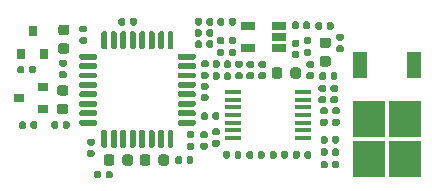
<source format=gtp>
G04 #@! TF.GenerationSoftware,KiCad,Pcbnew,(5.99.0-12439-g94954386e6)*
G04 #@! TF.CreationDate,2021-09-28T22:10:54+03:00*
G04 #@! TF.ProjectId,hellen1-wbo,68656c6c-656e-4312-9d77-626f2e6b6963,rev?*
G04 #@! TF.SameCoordinates,PX4a19ba0PY5aa5910*
G04 #@! TF.FileFunction,Paste,Top*
G04 #@! TF.FilePolarity,Positive*
%FSLAX46Y46*%
G04 Gerber Fmt 4.6, Leading zero omitted, Abs format (unit mm)*
G04 Created by KiCad (PCBNEW (5.99.0-12439-g94954386e6)) date 2021-09-28 22:10:54*
%MOMM*%
%LPD*%
G01*
G04 APERTURE LIST*
%ADD10R,0.900000X0.800000*%
%ADD11R,1.450000X0.450000*%
%ADD12R,1.200000X2.200000*%
%ADD13R,2.750000X3.050000*%
%ADD14R,1.220000X0.650000*%
%ADD15R,0.800000X0.900000*%
G04 APERTURE END LIST*
G04 #@! TO.C,C612*
G36*
G01*
X17422500Y9220000D02*
X17077500Y9220000D01*
G75*
G02*
X16930000Y9367500I0J147500D01*
G01*
X16930000Y9662500D01*
G75*
G02*
X17077500Y9810000I147500J0D01*
G01*
X17422500Y9810000D01*
G75*
G02*
X17570000Y9662500I0J-147500D01*
G01*
X17570000Y9367500D01*
G75*
G02*
X17422500Y9220000I-147500J0D01*
G01*
G37*
G36*
G01*
X17422500Y10190000D02*
X17077500Y10190000D01*
G75*
G02*
X16930000Y10337500I0J147500D01*
G01*
X16930000Y10632500D01*
G75*
G02*
X17077500Y10780000I147500J0D01*
G01*
X17422500Y10780000D01*
G75*
G02*
X17570000Y10632500I0J-147500D01*
G01*
X17570000Y10337500D01*
G75*
G02*
X17422500Y10190000I-147500J0D01*
G01*
G37*
G04 #@! TD*
G04 #@! TO.C,C605*
G36*
G01*
X26267500Y2957000D02*
X26267500Y2612000D01*
G75*
G02*
X26120000Y2464500I-147500J0D01*
G01*
X25825000Y2464500D01*
G75*
G02*
X25677500Y2612000I0J147500D01*
G01*
X25677500Y2957000D01*
G75*
G02*
X25825000Y3104500I147500J0D01*
G01*
X26120000Y3104500D01*
G75*
G02*
X26267500Y2957000I0J-147500D01*
G01*
G37*
G36*
G01*
X25297500Y2957000D02*
X25297500Y2612000D01*
G75*
G02*
X25150000Y2464500I-147500J0D01*
G01*
X24855000Y2464500D01*
G75*
G02*
X24707500Y2612000I0J147500D01*
G01*
X24707500Y2957000D01*
G75*
G02*
X24855000Y3104500I147500J0D01*
G01*
X25150000Y3104500D01*
G75*
G02*
X25297500Y2957000I0J-147500D01*
G01*
G37*
G04 #@! TD*
G04 #@! TO.C,C607*
G36*
G01*
X26930000Y9279500D02*
X26930000Y9624500D01*
G75*
G02*
X27077500Y9772000I147500J0D01*
G01*
X27372500Y9772000D01*
G75*
G02*
X27520000Y9624500I0J-147500D01*
G01*
X27520000Y9279500D01*
G75*
G02*
X27372500Y9132000I-147500J0D01*
G01*
X27077500Y9132000D01*
G75*
G02*
X26930000Y9279500I0J147500D01*
G01*
G37*
G36*
G01*
X27900000Y9279500D02*
X27900000Y9624500D01*
G75*
G02*
X28047500Y9772000I147500J0D01*
G01*
X28342500Y9772000D01*
G75*
G02*
X28490000Y9624500I0J-147500D01*
G01*
X28490000Y9279500D01*
G75*
G02*
X28342500Y9132000I-147500J0D01*
G01*
X28047500Y9132000D01*
G75*
G02*
X27900000Y9279500I0J147500D01*
G01*
G37*
G04 #@! TD*
G04 #@! TO.C,C613*
G36*
G01*
X1524000Y5118500D02*
X1524000Y5463500D01*
G75*
G02*
X1671500Y5611000I147500J0D01*
G01*
X1966500Y5611000D01*
G75*
G02*
X2114000Y5463500I0J-147500D01*
G01*
X2114000Y5118500D01*
G75*
G02*
X1966500Y4971000I-147500J0D01*
G01*
X1671500Y4971000D01*
G75*
G02*
X1524000Y5118500I0J147500D01*
G01*
G37*
G36*
G01*
X2494000Y5118500D02*
X2494000Y5463500D01*
G75*
G02*
X2641500Y5611000I147500J0D01*
G01*
X2936500Y5611000D01*
G75*
G02*
X3084000Y5463500I0J-147500D01*
G01*
X3084000Y5118500D01*
G75*
G02*
X2936500Y4971000I-147500J0D01*
G01*
X2641500Y4971000D01*
G75*
G02*
X2494000Y5118500I0J147500D01*
G01*
G37*
G04 #@! TD*
G04 #@! TO.C,C616*
G36*
G01*
X4968750Y8675000D02*
X5481250Y8675000D01*
G75*
G02*
X5700000Y8456250I0J-218750D01*
G01*
X5700000Y8018750D01*
G75*
G02*
X5481250Y7800000I-218750J0D01*
G01*
X4968750Y7800000D01*
G75*
G02*
X4750000Y8018750I0J218750D01*
G01*
X4750000Y8456250D01*
G75*
G02*
X4968750Y8675000I218750J0D01*
G01*
G37*
G36*
G01*
X4968750Y7100000D02*
X5481250Y7100000D01*
G75*
G02*
X5700000Y6881250I0J-218750D01*
G01*
X5700000Y6443750D01*
G75*
G02*
X5481250Y6225000I-218750J0D01*
G01*
X4968750Y6225000D01*
G75*
G02*
X4750000Y6443750I0J218750D01*
G01*
X4750000Y6881250D01*
G75*
G02*
X4968750Y7100000I218750J0D01*
G01*
G37*
G04 #@! TD*
G04 #@! TO.C,R609*
G36*
G01*
X22929000Y9449750D02*
X22929000Y9962250D01*
G75*
G02*
X23147750Y10181000I218750J0D01*
G01*
X23585250Y10181000D01*
G75*
G02*
X23804000Y9962250I0J-218750D01*
G01*
X23804000Y9449750D01*
G75*
G02*
X23585250Y9231000I-218750J0D01*
G01*
X23147750Y9231000D01*
G75*
G02*
X22929000Y9449750I0J218750D01*
G01*
G37*
G36*
G01*
X24504000Y9449750D02*
X24504000Y9962250D01*
G75*
G02*
X24722750Y10181000I218750J0D01*
G01*
X25160250Y10181000D01*
G75*
G02*
X25379000Y9962250I0J-218750D01*
G01*
X25379000Y9449750D01*
G75*
G02*
X25160250Y9231000I-218750J0D01*
G01*
X24722750Y9231000D01*
G75*
G02*
X24504000Y9449750I0J218750D01*
G01*
G37*
G04 #@! TD*
G04 #@! TO.C,R607*
G36*
G01*
X24299000Y2957000D02*
X24299000Y2612000D01*
G75*
G02*
X24151500Y2464500I-147500J0D01*
G01*
X23856500Y2464500D01*
G75*
G02*
X23709000Y2612000I0J147500D01*
G01*
X23709000Y2957000D01*
G75*
G02*
X23856500Y3104500I147500J0D01*
G01*
X24151500Y3104500D01*
G75*
G02*
X24299000Y2957000I0J-147500D01*
G01*
G37*
G36*
G01*
X23329000Y2957000D02*
X23329000Y2612000D01*
G75*
G02*
X23181500Y2464500I-147500J0D01*
G01*
X22886500Y2464500D01*
G75*
G02*
X22739000Y2612000I0J147500D01*
G01*
X22739000Y2957000D01*
G75*
G02*
X22886500Y3104500I147500J0D01*
G01*
X23181500Y3104500D01*
G75*
G02*
X23329000Y2957000I0J-147500D01*
G01*
G37*
G04 #@! TD*
G04 #@! TO.C,R601*
G36*
G01*
X27374500Y7148000D02*
X27029500Y7148000D01*
G75*
G02*
X26882000Y7295500I0J147500D01*
G01*
X26882000Y7590500D01*
G75*
G02*
X27029500Y7738000I147500J0D01*
G01*
X27374500Y7738000D01*
G75*
G02*
X27522000Y7590500I0J-147500D01*
G01*
X27522000Y7295500D01*
G75*
G02*
X27374500Y7148000I-147500J0D01*
G01*
G37*
G36*
G01*
X27374500Y8118000D02*
X27029500Y8118000D01*
G75*
G02*
X26882000Y8265500I0J147500D01*
G01*
X26882000Y8560500D01*
G75*
G02*
X27029500Y8708000I147500J0D01*
G01*
X27374500Y8708000D01*
G75*
G02*
X27522000Y8560500I0J-147500D01*
G01*
X27522000Y8265500D01*
G75*
G02*
X27374500Y8118000I-147500J0D01*
G01*
G37*
G04 #@! TD*
G04 #@! TO.C,R614*
G36*
G01*
X25777500Y12730000D02*
X26122500Y12730000D01*
G75*
G02*
X26270000Y12582500I0J-147500D01*
G01*
X26270000Y12287500D01*
G75*
G02*
X26122500Y12140000I-147500J0D01*
G01*
X25777500Y12140000D01*
G75*
G02*
X25630000Y12287500I0J147500D01*
G01*
X25630000Y12582500D01*
G75*
G02*
X25777500Y12730000I147500J0D01*
G01*
G37*
G36*
G01*
X25777500Y11760000D02*
X26122500Y11760000D01*
G75*
G02*
X26270000Y11612500I0J-147500D01*
G01*
X26270000Y11317500D01*
G75*
G02*
X26122500Y11170000I-147500J0D01*
G01*
X25777500Y11170000D01*
G75*
G02*
X25630000Y11317500I0J147500D01*
G01*
X25630000Y11612500D01*
G75*
G02*
X25777500Y11760000I147500J0D01*
G01*
G37*
G04 #@! TD*
G04 #@! TO.C,R615*
G36*
G01*
X24620000Y13577500D02*
X24620000Y13922500D01*
G75*
G02*
X24767500Y14070000I147500J0D01*
G01*
X25062500Y14070000D01*
G75*
G02*
X25210000Y13922500I0J-147500D01*
G01*
X25210000Y13577500D01*
G75*
G02*
X25062500Y13430000I-147500J0D01*
G01*
X24767500Y13430000D01*
G75*
G02*
X24620000Y13577500I0J147500D01*
G01*
G37*
G36*
G01*
X25590000Y13577500D02*
X25590000Y13922500D01*
G75*
G02*
X25737500Y14070000I147500J0D01*
G01*
X26032500Y14070000D01*
G75*
G02*
X26180000Y13922500I0J-147500D01*
G01*
X26180000Y13577500D01*
G75*
G02*
X26032500Y13430000I-147500J0D01*
G01*
X25737500Y13430000D01*
G75*
G02*
X25590000Y13577500I0J147500D01*
G01*
G37*
G04 #@! TD*
G04 #@! TO.C,R621*
G36*
G01*
X18320000Y13877500D02*
X18320000Y14222500D01*
G75*
G02*
X18467500Y14370000I147500J0D01*
G01*
X18762500Y14370000D01*
G75*
G02*
X18910000Y14222500I0J-147500D01*
G01*
X18910000Y13877500D01*
G75*
G02*
X18762500Y13730000I-147500J0D01*
G01*
X18467500Y13730000D01*
G75*
G02*
X18320000Y13877500I0J147500D01*
G01*
G37*
G36*
G01*
X19290000Y13877500D02*
X19290000Y14222500D01*
G75*
G02*
X19437500Y14370000I147500J0D01*
G01*
X19732500Y14370000D01*
G75*
G02*
X19880000Y14222500I0J-147500D01*
G01*
X19880000Y13877500D01*
G75*
G02*
X19732500Y13730000I-147500J0D01*
G01*
X19437500Y13730000D01*
G75*
G02*
X19290000Y13877500I0J147500D01*
G01*
G37*
G04 #@! TD*
G04 #@! TO.C,R619*
G36*
G01*
X22330500Y2957000D02*
X22330500Y2612000D01*
G75*
G02*
X22183000Y2464500I-147500J0D01*
G01*
X21888000Y2464500D01*
G75*
G02*
X21740500Y2612000I0J147500D01*
G01*
X21740500Y2957000D01*
G75*
G02*
X21888000Y3104500I147500J0D01*
G01*
X22183000Y3104500D01*
G75*
G02*
X22330500Y2957000I0J-147500D01*
G01*
G37*
G36*
G01*
X21360500Y2957000D02*
X21360500Y2612000D01*
G75*
G02*
X21213000Y2464500I-147500J0D01*
G01*
X20918000Y2464500D01*
G75*
G02*
X20770500Y2612000I0J147500D01*
G01*
X20770500Y2957000D01*
G75*
G02*
X20918000Y3104500I147500J0D01*
G01*
X21213000Y3104500D01*
G75*
G02*
X21360500Y2957000I0J-147500D01*
G01*
G37*
G04 #@! TD*
G04 #@! TO.C,R620*
G36*
G01*
X20362000Y2957000D02*
X20362000Y2612000D01*
G75*
G02*
X20214500Y2464500I-147500J0D01*
G01*
X19919500Y2464500D01*
G75*
G02*
X19772000Y2612000I0J147500D01*
G01*
X19772000Y2957000D01*
G75*
G02*
X19919500Y3104500I147500J0D01*
G01*
X20214500Y3104500D01*
G75*
G02*
X20362000Y2957000I0J-147500D01*
G01*
G37*
G36*
G01*
X19392000Y2957000D02*
X19392000Y2612000D01*
G75*
G02*
X19244500Y2464500I-147500J0D01*
G01*
X18949500Y2464500D01*
G75*
G02*
X18802000Y2612000I0J147500D01*
G01*
X18802000Y2957000D01*
G75*
G02*
X18949500Y3104500I147500J0D01*
G01*
X19244500Y3104500D01*
G75*
G02*
X19392000Y2957000I0J-147500D01*
G01*
G37*
G04 #@! TD*
G04 #@! TO.C,R606*
G36*
G01*
X26358500Y9180000D02*
X26013500Y9180000D01*
G75*
G02*
X25866000Y9327500I0J147500D01*
G01*
X25866000Y9622500D01*
G75*
G02*
X26013500Y9770000I147500J0D01*
G01*
X26358500Y9770000D01*
G75*
G02*
X26506000Y9622500I0J-147500D01*
G01*
X26506000Y9327500D01*
G75*
G02*
X26358500Y9180000I-147500J0D01*
G01*
G37*
G36*
G01*
X26358500Y10150000D02*
X26013500Y10150000D01*
G75*
G02*
X25866000Y10297500I0J147500D01*
G01*
X25866000Y10592500D01*
G75*
G02*
X26013500Y10740000I147500J0D01*
G01*
X26358500Y10740000D01*
G75*
G02*
X26506000Y10592500I0J-147500D01*
G01*
X26506000Y10297500D01*
G75*
G02*
X26358500Y10150000I-147500J0D01*
G01*
G37*
G04 #@! TD*
D10*
G04 #@! TO.C,U604*
X3558000Y6652400D03*
X3558000Y8552400D03*
X1558000Y7602400D03*
G04 #@! TD*
D11*
G04 #@! TO.C,U600*
X19680000Y8100000D03*
X19680000Y7450000D03*
X19680000Y6800000D03*
X19680000Y6150000D03*
X19680000Y5500000D03*
X19680000Y4850000D03*
X19680000Y4200000D03*
X25580000Y4200000D03*
X25580000Y4850000D03*
X25580000Y5500000D03*
X25580000Y6150000D03*
X25580000Y6800000D03*
X25580000Y7450000D03*
X25580000Y8100000D03*
G04 #@! TD*
G04 #@! TO.C,C600*
G36*
G01*
X28390500Y7148000D02*
X28045500Y7148000D01*
G75*
G02*
X27898000Y7295500I0J147500D01*
G01*
X27898000Y7590500D01*
G75*
G02*
X28045500Y7738000I147500J0D01*
G01*
X28390500Y7738000D01*
G75*
G02*
X28538000Y7590500I0J-147500D01*
G01*
X28538000Y7295500D01*
G75*
G02*
X28390500Y7148000I-147500J0D01*
G01*
G37*
G36*
G01*
X28390500Y8118000D02*
X28045500Y8118000D01*
G75*
G02*
X27898000Y8265500I0J147500D01*
G01*
X27898000Y8560500D01*
G75*
G02*
X28045500Y8708000I147500J0D01*
G01*
X28390500Y8708000D01*
G75*
G02*
X28538000Y8560500I0J-147500D01*
G01*
X28538000Y8265500D01*
G75*
G02*
X28390500Y8118000I-147500J0D01*
G01*
G37*
G04 #@! TD*
G04 #@! TO.C,C608*
G36*
G01*
X16420000Y12927500D02*
X16420000Y13272500D01*
G75*
G02*
X16567500Y13420000I147500J0D01*
G01*
X16862500Y13420000D01*
G75*
G02*
X17010000Y13272500I0J-147500D01*
G01*
X17010000Y12927500D01*
G75*
G02*
X16862500Y12780000I-147500J0D01*
G01*
X16567500Y12780000D01*
G75*
G02*
X16420000Y12927500I0J147500D01*
G01*
G37*
G36*
G01*
X17390000Y12927500D02*
X17390000Y13272500D01*
G75*
G02*
X17537500Y13420000I147500J0D01*
G01*
X17832500Y13420000D01*
G75*
G02*
X17980000Y13272500I0J-147500D01*
G01*
X17980000Y12927500D01*
G75*
G02*
X17832500Y12780000I-147500J0D01*
G01*
X17537500Y12780000D01*
G75*
G02*
X17390000Y12927500I0J147500D01*
G01*
G37*
G04 #@! TD*
G04 #@! TO.C,R624*
G36*
G01*
X17980000Y14222500D02*
X17980000Y13877500D01*
G75*
G02*
X17832500Y13730000I-147500J0D01*
G01*
X17537500Y13730000D01*
G75*
G02*
X17390000Y13877500I0J147500D01*
G01*
X17390000Y14222500D01*
G75*
G02*
X17537500Y14370000I147500J0D01*
G01*
X17832500Y14370000D01*
G75*
G02*
X17980000Y14222500I0J-147500D01*
G01*
G37*
G36*
G01*
X17010000Y14222500D02*
X17010000Y13877500D01*
G75*
G02*
X16862500Y13730000I-147500J0D01*
G01*
X16567500Y13730000D01*
G75*
G02*
X16420000Y13877500I0J147500D01*
G01*
X16420000Y14222500D01*
G75*
G02*
X16567500Y14370000I147500J0D01*
G01*
X16862500Y14370000D01*
G75*
G02*
X17010000Y14222500I0J-147500D01*
G01*
G37*
G04 #@! TD*
G04 #@! TO.C,C611*
G36*
G01*
X17077500Y8880000D02*
X17422500Y8880000D01*
G75*
G02*
X17570000Y8732500I0J-147500D01*
G01*
X17570000Y8437500D01*
G75*
G02*
X17422500Y8290000I-147500J0D01*
G01*
X17077500Y8290000D01*
G75*
G02*
X16930000Y8437500I0J147500D01*
G01*
X16930000Y8732500D01*
G75*
G02*
X17077500Y8880000I147500J0D01*
G01*
G37*
G36*
G01*
X17077500Y7910000D02*
X17422500Y7910000D01*
G75*
G02*
X17570000Y7762500I0J-147500D01*
G01*
X17570000Y7467500D01*
G75*
G02*
X17422500Y7320000I-147500J0D01*
G01*
X17077500Y7320000D01*
G75*
G02*
X16930000Y7467500I0J147500D01*
G01*
X16930000Y7762500D01*
G75*
G02*
X17077500Y7910000I147500J0D01*
G01*
G37*
G04 #@! TD*
G04 #@! TO.C,R622*
G36*
G01*
X28872500Y11470000D02*
X28527500Y11470000D01*
G75*
G02*
X28380000Y11617500I0J147500D01*
G01*
X28380000Y11912500D01*
G75*
G02*
X28527500Y12060000I147500J0D01*
G01*
X28872500Y12060000D01*
G75*
G02*
X29020000Y11912500I0J-147500D01*
G01*
X29020000Y11617500D01*
G75*
G02*
X28872500Y11470000I-147500J0D01*
G01*
G37*
G36*
G01*
X28872500Y12440000D02*
X28527500Y12440000D01*
G75*
G02*
X28380000Y12587500I0J147500D01*
G01*
X28380000Y12882500D01*
G75*
G02*
X28527500Y13030000I147500J0D01*
G01*
X28872500Y13030000D01*
G75*
G02*
X29020000Y12882500I0J-147500D01*
G01*
X29020000Y12587500D01*
G75*
G02*
X28872500Y12440000I-147500J0D01*
G01*
G37*
G04 #@! TD*
G04 #@! TO.C,R617*
G36*
G01*
X9935000Y13877500D02*
X9935000Y14222500D01*
G75*
G02*
X10082500Y14370000I147500J0D01*
G01*
X10377500Y14370000D01*
G75*
G02*
X10525000Y14222500I0J-147500D01*
G01*
X10525000Y13877500D01*
G75*
G02*
X10377500Y13730000I-147500J0D01*
G01*
X10082500Y13730000D01*
G75*
G02*
X9935000Y13877500I0J147500D01*
G01*
G37*
G36*
G01*
X10905000Y13877500D02*
X10905000Y14222500D01*
G75*
G02*
X11052500Y14370000I147500J0D01*
G01*
X11347500Y14370000D01*
G75*
G02*
X11495000Y14222500I0J-147500D01*
G01*
X11495000Y13877500D01*
G75*
G02*
X11347500Y13730000I-147500J0D01*
G01*
X11052500Y13730000D01*
G75*
G02*
X10905000Y13877500I0J147500D01*
G01*
G37*
G04 #@! TD*
G04 #@! TO.C,C614*
G36*
G01*
X15877500Y4780000D02*
X16222500Y4780000D01*
G75*
G02*
X16370000Y4632500I0J-147500D01*
G01*
X16370000Y4337500D01*
G75*
G02*
X16222500Y4190000I-147500J0D01*
G01*
X15877500Y4190000D01*
G75*
G02*
X15730000Y4337500I0J147500D01*
G01*
X15730000Y4632500D01*
G75*
G02*
X15877500Y4780000I147500J0D01*
G01*
G37*
G36*
G01*
X15877500Y3810000D02*
X16222500Y3810000D01*
G75*
G02*
X16370000Y3662500I0J-147500D01*
G01*
X16370000Y3367500D01*
G75*
G02*
X16222500Y3220000I-147500J0D01*
G01*
X15877500Y3220000D01*
G75*
G02*
X15730000Y3367500I0J147500D01*
G01*
X15730000Y3662500D01*
G75*
G02*
X15877500Y3810000I147500J0D01*
G01*
G37*
G04 #@! TD*
G04 #@! TO.C,C615*
G36*
G01*
X7122500Y12170000D02*
X6777500Y12170000D01*
G75*
G02*
X6630000Y12317500I0J147500D01*
G01*
X6630000Y12612500D01*
G75*
G02*
X6777500Y12760000I147500J0D01*
G01*
X7122500Y12760000D01*
G75*
G02*
X7270000Y12612500I0J-147500D01*
G01*
X7270000Y12317500D01*
G75*
G02*
X7122500Y12170000I-147500J0D01*
G01*
G37*
G36*
G01*
X7122500Y13140000D02*
X6777500Y13140000D01*
G75*
G02*
X6630000Y13287500I0J147500D01*
G01*
X6630000Y13582500D01*
G75*
G02*
X6777500Y13730000I147500J0D01*
G01*
X7122500Y13730000D01*
G75*
G02*
X7270000Y13582500I0J-147500D01*
G01*
X7270000Y13287500D01*
G75*
G02*
X7122500Y13140000I-147500J0D01*
G01*
G37*
G04 #@! TD*
D12*
G04 #@! TO.C,Q600*
X30420000Y10400000D03*
X34980000Y10400000D03*
D13*
X31175000Y2425000D03*
X34225000Y2425000D03*
X31175000Y5775000D03*
X34225000Y5775000D03*
G04 #@! TD*
G04 #@! TO.C,R612*
G36*
G01*
X27055000Y1777500D02*
X27055000Y2122500D01*
G75*
G02*
X27202500Y2270000I147500J0D01*
G01*
X27497500Y2270000D01*
G75*
G02*
X27645000Y2122500I0J-147500D01*
G01*
X27645000Y1777500D01*
G75*
G02*
X27497500Y1630000I-147500J0D01*
G01*
X27202500Y1630000D01*
G75*
G02*
X27055000Y1777500I0J147500D01*
G01*
G37*
G36*
G01*
X28025000Y1777500D02*
X28025000Y2122500D01*
G75*
G02*
X28172500Y2270000I147500J0D01*
G01*
X28467500Y2270000D01*
G75*
G02*
X28615000Y2122500I0J-147500D01*
G01*
X28615000Y1777500D01*
G75*
G02*
X28467500Y1630000I-147500J0D01*
G01*
X28172500Y1630000D01*
G75*
G02*
X28025000Y1777500I0J147500D01*
G01*
G37*
G04 #@! TD*
G04 #@! TO.C,R618*
G36*
G01*
X17372500Y3220000D02*
X17027500Y3220000D01*
G75*
G02*
X16880000Y3367500I0J147500D01*
G01*
X16880000Y3662500D01*
G75*
G02*
X17027500Y3810000I147500J0D01*
G01*
X17372500Y3810000D01*
G75*
G02*
X17520000Y3662500I0J-147500D01*
G01*
X17520000Y3367500D01*
G75*
G02*
X17372500Y3220000I-147500J0D01*
G01*
G37*
G36*
G01*
X17372500Y4190000D02*
X17027500Y4190000D01*
G75*
G02*
X16880000Y4337500I0J147500D01*
G01*
X16880000Y4632500D01*
G75*
G02*
X17027500Y4780000I147500J0D01*
G01*
X17372500Y4780000D01*
G75*
G02*
X17520000Y4632500I0J-147500D01*
G01*
X17520000Y4337500D01*
G75*
G02*
X17372500Y4190000I-147500J0D01*
G01*
G37*
G04 #@! TD*
G04 #@! TO.C,R616*
G36*
G01*
X26605000Y13527500D02*
X26605000Y13872500D01*
G75*
G02*
X26752500Y14020000I147500J0D01*
G01*
X27047500Y14020000D01*
G75*
G02*
X27195000Y13872500I0J-147500D01*
G01*
X27195000Y13527500D01*
G75*
G02*
X27047500Y13380000I-147500J0D01*
G01*
X26752500Y13380000D01*
G75*
G02*
X26605000Y13527500I0J147500D01*
G01*
G37*
G36*
G01*
X27575000Y13527500D02*
X27575000Y13872500D01*
G75*
G02*
X27722500Y14020000I147500J0D01*
G01*
X28017500Y14020000D01*
G75*
G02*
X28165000Y13872500I0J-147500D01*
G01*
X28165000Y13527500D01*
G75*
G02*
X28017500Y13380000I-147500J0D01*
G01*
X27722500Y13380000D01*
G75*
G02*
X27575000Y13527500I0J147500D01*
G01*
G37*
G04 #@! TD*
G04 #@! TO.C,R623*
G36*
G01*
X18012500Y5025000D02*
X18357500Y5025000D01*
G75*
G02*
X18505000Y4877500I0J-147500D01*
G01*
X18505000Y4582500D01*
G75*
G02*
X18357500Y4435000I-147500J0D01*
G01*
X18012500Y4435000D01*
G75*
G02*
X17865000Y4582500I0J147500D01*
G01*
X17865000Y4877500D01*
G75*
G02*
X18012500Y5025000I147500J0D01*
G01*
G37*
G36*
G01*
X18012500Y4055000D02*
X18357500Y4055000D01*
G75*
G02*
X18505000Y3907500I0J-147500D01*
G01*
X18505000Y3612500D01*
G75*
G02*
X18357500Y3465000I-147500J0D01*
G01*
X18012500Y3465000D01*
G75*
G02*
X17865000Y3612500I0J147500D01*
G01*
X17865000Y3907500D01*
G75*
G02*
X18012500Y4055000I147500J0D01*
G01*
G37*
G04 #@! TD*
G04 #@! TO.C,R625*
G36*
G01*
X4270000Y5127500D02*
X4270000Y5472500D01*
G75*
G02*
X4417500Y5620000I147500J0D01*
G01*
X4712500Y5620000D01*
G75*
G02*
X4860000Y5472500I0J-147500D01*
G01*
X4860000Y5127500D01*
G75*
G02*
X4712500Y4980000I-147500J0D01*
G01*
X4417500Y4980000D01*
G75*
G02*
X4270000Y5127500I0J147500D01*
G01*
G37*
G36*
G01*
X5240000Y5127500D02*
X5240000Y5472500D01*
G75*
G02*
X5387500Y5620000I147500J0D01*
G01*
X5682500Y5620000D01*
G75*
G02*
X5830000Y5472500I0J-147500D01*
G01*
X5830000Y5127500D01*
G75*
G02*
X5682500Y4980000I-147500J0D01*
G01*
X5387500Y4980000D01*
G75*
G02*
X5240000Y5127500I0J147500D01*
G01*
G37*
G04 #@! TD*
G04 #@! TO.C,D601*
G36*
G01*
X14203000Y2596250D02*
X14203000Y2083750D01*
G75*
G02*
X13984250Y1865000I-218750J0D01*
G01*
X13546750Y1865000D01*
G75*
G02*
X13328000Y2083750I0J218750D01*
G01*
X13328000Y2596250D01*
G75*
G02*
X13546750Y2815000I218750J0D01*
G01*
X13984250Y2815000D01*
G75*
G02*
X14203000Y2596250I0J-218750D01*
G01*
G37*
G36*
G01*
X12628000Y2596250D02*
X12628000Y2083750D01*
G75*
G02*
X12409250Y1865000I-218750J0D01*
G01*
X11971750Y1865000D01*
G75*
G02*
X11753000Y2083750I0J218750D01*
G01*
X11753000Y2596250D01*
G75*
G02*
X11971750Y2815000I218750J0D01*
G01*
X12409250Y2815000D01*
G75*
G02*
X12628000Y2596250I0J-218750D01*
G01*
G37*
G04 #@! TD*
G04 #@! TO.C,R626*
G36*
G01*
X16298000Y2512500D02*
X16298000Y2167500D01*
G75*
G02*
X16150500Y2020000I-147500J0D01*
G01*
X15855500Y2020000D01*
G75*
G02*
X15708000Y2167500I0J147500D01*
G01*
X15708000Y2512500D01*
G75*
G02*
X15855500Y2660000I147500J0D01*
G01*
X16150500Y2660000D01*
G75*
G02*
X16298000Y2512500I0J-147500D01*
G01*
G37*
G36*
G01*
X15328000Y2512500D02*
X15328000Y2167500D01*
G75*
G02*
X15180500Y2020000I-147500J0D01*
G01*
X14885500Y2020000D01*
G75*
G02*
X14738000Y2167500I0J147500D01*
G01*
X14738000Y2512500D01*
G75*
G02*
X14885500Y2660000I147500J0D01*
G01*
X15180500Y2660000D01*
G75*
G02*
X15328000Y2512500I0J-147500D01*
G01*
G37*
G04 #@! TD*
G04 #@! TO.C,R604*
G36*
G01*
X19473000Y9624500D02*
X19473000Y9279500D01*
G75*
G02*
X19325500Y9132000I-147500J0D01*
G01*
X19030500Y9132000D01*
G75*
G02*
X18883000Y9279500I0J147500D01*
G01*
X18883000Y9624500D01*
G75*
G02*
X19030500Y9772000I147500J0D01*
G01*
X19325500Y9772000D01*
G75*
G02*
X19473000Y9624500I0J-147500D01*
G01*
G37*
G36*
G01*
X18503000Y9624500D02*
X18503000Y9279500D01*
G75*
G02*
X18355500Y9132000I-147500J0D01*
G01*
X18060500Y9132000D01*
G75*
G02*
X17913000Y9279500I0J147500D01*
G01*
X17913000Y9624500D01*
G75*
G02*
X18060500Y9772000I147500J0D01*
G01*
X18355500Y9772000D01*
G75*
G02*
X18503000Y9624500I0J-147500D01*
G01*
G37*
G04 #@! TD*
G04 #@! TO.C,R605*
G36*
G01*
X20933500Y10740000D02*
X21278500Y10740000D01*
G75*
G02*
X21426000Y10592500I0J-147500D01*
G01*
X21426000Y10297500D01*
G75*
G02*
X21278500Y10150000I-147500J0D01*
G01*
X20933500Y10150000D01*
G75*
G02*
X20786000Y10297500I0J147500D01*
G01*
X20786000Y10592500D01*
G75*
G02*
X20933500Y10740000I147500J0D01*
G01*
G37*
G36*
G01*
X20933500Y9770000D02*
X21278500Y9770000D01*
G75*
G02*
X21426000Y9622500I0J-147500D01*
G01*
X21426000Y9327500D01*
G75*
G02*
X21278500Y9180000I-147500J0D01*
G01*
X20933500Y9180000D01*
G75*
G02*
X20786000Y9327500I0J147500D01*
G01*
X20786000Y9622500D01*
G75*
G02*
X20933500Y9770000I147500J0D01*
G01*
G37*
G04 #@! TD*
G04 #@! TO.C,R608*
G36*
G01*
X19977500Y10740000D02*
X20322500Y10740000D01*
G75*
G02*
X20470000Y10592500I0J-147500D01*
G01*
X20470000Y10297500D01*
G75*
G02*
X20322500Y10150000I-147500J0D01*
G01*
X19977500Y10150000D01*
G75*
G02*
X19830000Y10297500I0J147500D01*
G01*
X19830000Y10592500D01*
G75*
G02*
X19977500Y10740000I147500J0D01*
G01*
G37*
G36*
G01*
X19977500Y9770000D02*
X20322500Y9770000D01*
G75*
G02*
X20470000Y9622500I0J-147500D01*
G01*
X20470000Y9327500D01*
G75*
G02*
X20322500Y9180000I-147500J0D01*
G01*
X19977500Y9180000D01*
G75*
G02*
X19830000Y9327500I0J147500D01*
G01*
X19830000Y9622500D01*
G75*
G02*
X19977500Y9770000I147500J0D01*
G01*
G37*
G04 #@! TD*
G04 #@! TO.C,C603*
G36*
G01*
X19473000Y10640500D02*
X19473000Y10295500D01*
G75*
G02*
X19325500Y10148000I-147500J0D01*
G01*
X19030500Y10148000D01*
G75*
G02*
X18883000Y10295500I0J147500D01*
G01*
X18883000Y10640500D01*
G75*
G02*
X19030500Y10788000I147500J0D01*
G01*
X19325500Y10788000D01*
G75*
G02*
X19473000Y10640500I0J-147500D01*
G01*
G37*
G36*
G01*
X18503000Y10640500D02*
X18503000Y10295500D01*
G75*
G02*
X18355500Y10148000I-147500J0D01*
G01*
X18060500Y10148000D01*
G75*
G02*
X17913000Y10295500I0J147500D01*
G01*
X17913000Y10640500D01*
G75*
G02*
X18060500Y10788000I147500J0D01*
G01*
X18355500Y10788000D01*
G75*
G02*
X18503000Y10640500I0J-147500D01*
G01*
G37*
G04 #@! TD*
D14*
G04 #@! TO.C,U601*
X23560000Y11800000D03*
X23560000Y12750000D03*
X23560000Y13700000D03*
X20940000Y13700000D03*
X20940000Y11800000D03*
G04 #@! TD*
G04 #@! TO.C,R603*
G36*
G01*
X21949500Y10740000D02*
X22294500Y10740000D01*
G75*
G02*
X22442000Y10592500I0J-147500D01*
G01*
X22442000Y10297500D01*
G75*
G02*
X22294500Y10150000I-147500J0D01*
G01*
X21949500Y10150000D01*
G75*
G02*
X21802000Y10297500I0J147500D01*
G01*
X21802000Y10592500D01*
G75*
G02*
X21949500Y10740000I147500J0D01*
G01*
G37*
G36*
G01*
X21949500Y9770000D02*
X22294500Y9770000D01*
G75*
G02*
X22442000Y9622500I0J-147500D01*
G01*
X22442000Y9327500D01*
G75*
G02*
X22294500Y9180000I-147500J0D01*
G01*
X21949500Y9180000D01*
G75*
G02*
X21802000Y9327500I0J147500D01*
G01*
X21802000Y9622500D01*
G75*
G02*
X21949500Y9770000I147500J0D01*
G01*
G37*
G04 #@! TD*
G04 #@! TO.C,R613*
G36*
G01*
X24777500Y12530000D02*
X25122500Y12530000D01*
G75*
G02*
X25270000Y12382500I0J-147500D01*
G01*
X25270000Y12087500D01*
G75*
G02*
X25122500Y11940000I-147500J0D01*
G01*
X24777500Y11940000D01*
G75*
G02*
X24630000Y12087500I0J147500D01*
G01*
X24630000Y12382500D01*
G75*
G02*
X24777500Y12530000I147500J0D01*
G01*
G37*
G36*
G01*
X24777500Y11560000D02*
X25122500Y11560000D01*
G75*
G02*
X25270000Y11412500I0J-147500D01*
G01*
X25270000Y11117500D01*
G75*
G02*
X25122500Y10970000I-147500J0D01*
G01*
X24777500Y10970000D01*
G75*
G02*
X24630000Y11117500I0J147500D01*
G01*
X24630000Y11412500D01*
G75*
G02*
X24777500Y11560000I147500J0D01*
G01*
G37*
G04 #@! TD*
G04 #@! TO.C,C601*
G36*
G01*
X28172500Y6803000D02*
X28517500Y6803000D01*
G75*
G02*
X28665000Y6655500I0J-147500D01*
G01*
X28665000Y6360500D01*
G75*
G02*
X28517500Y6213000I-147500J0D01*
G01*
X28172500Y6213000D01*
G75*
G02*
X28025000Y6360500I0J147500D01*
G01*
X28025000Y6655500D01*
G75*
G02*
X28172500Y6803000I147500J0D01*
G01*
G37*
G36*
G01*
X28172500Y5833000D02*
X28517500Y5833000D01*
G75*
G02*
X28665000Y5685500I0J-147500D01*
G01*
X28665000Y5390500D01*
G75*
G02*
X28517500Y5243000I-147500J0D01*
G01*
X28172500Y5243000D01*
G75*
G02*
X28025000Y5390500I0J147500D01*
G01*
X28025000Y5685500D01*
G75*
G02*
X28172500Y5833000I147500J0D01*
G01*
G37*
G04 #@! TD*
G04 #@! TO.C,D600*
G36*
G01*
X27712250Y10259000D02*
X27199750Y10259000D01*
G75*
G02*
X26981000Y10477750I0J218750D01*
G01*
X26981000Y10915250D01*
G75*
G02*
X27199750Y11134000I218750J0D01*
G01*
X27712250Y11134000D01*
G75*
G02*
X27931000Y10915250I0J-218750D01*
G01*
X27931000Y10477750D01*
G75*
G02*
X27712250Y10259000I-218750J0D01*
G01*
G37*
G36*
G01*
X27712250Y11834000D02*
X27199750Y11834000D01*
G75*
G02*
X26981000Y12052750I0J218750D01*
G01*
X26981000Y12490250D01*
G75*
G02*
X27199750Y12709000I218750J0D01*
G01*
X27712250Y12709000D01*
G75*
G02*
X27931000Y12490250I0J-218750D01*
G01*
X27931000Y12052750D01*
G75*
G02*
X27712250Y11834000I-218750J0D01*
G01*
G37*
G04 #@! TD*
G04 #@! TO.C,R610*
G36*
G01*
X27055000Y3877500D02*
X27055000Y4222500D01*
G75*
G02*
X27202500Y4370000I147500J0D01*
G01*
X27497500Y4370000D01*
G75*
G02*
X27645000Y4222500I0J-147500D01*
G01*
X27645000Y3877500D01*
G75*
G02*
X27497500Y3730000I-147500J0D01*
G01*
X27202500Y3730000D01*
G75*
G02*
X27055000Y3877500I0J147500D01*
G01*
G37*
G36*
G01*
X28025000Y3877500D02*
X28025000Y4222500D01*
G75*
G02*
X28172500Y4370000I147500J0D01*
G01*
X28467500Y4370000D01*
G75*
G02*
X28615000Y4222500I0J-147500D01*
G01*
X28615000Y3877500D01*
G75*
G02*
X28467500Y3730000I-147500J0D01*
G01*
X28172500Y3730000D01*
G75*
G02*
X28025000Y3877500I0J147500D01*
G01*
G37*
G04 #@! TD*
G04 #@! TO.C,R611*
G36*
G01*
X28615000Y3172500D02*
X28615000Y2827500D01*
G75*
G02*
X28467500Y2680000I-147500J0D01*
G01*
X28172500Y2680000D01*
G75*
G02*
X28025000Y2827500I0J147500D01*
G01*
X28025000Y3172500D01*
G75*
G02*
X28172500Y3320000I147500J0D01*
G01*
X28467500Y3320000D01*
G75*
G02*
X28615000Y3172500I0J-147500D01*
G01*
G37*
G36*
G01*
X27645000Y3172500D02*
X27645000Y2827500D01*
G75*
G02*
X27497500Y2680000I-147500J0D01*
G01*
X27202500Y2680000D01*
G75*
G02*
X27055000Y2827500I0J147500D01*
G01*
X27055000Y3172500D01*
G75*
G02*
X27202500Y3320000I147500J0D01*
G01*
X27497500Y3320000D01*
G75*
G02*
X27645000Y3172500I0J-147500D01*
G01*
G37*
G04 #@! TD*
G04 #@! TO.C,D602*
G36*
G01*
X8705000Y2083750D02*
X8705000Y2596250D01*
G75*
G02*
X8923750Y2815000I218750J0D01*
G01*
X9361250Y2815000D01*
G75*
G02*
X9580000Y2596250I0J-218750D01*
G01*
X9580000Y2083750D01*
G75*
G02*
X9361250Y1865000I-218750J0D01*
G01*
X8923750Y1865000D01*
G75*
G02*
X8705000Y2083750I0J218750D01*
G01*
G37*
G36*
G01*
X10280000Y2083750D02*
X10280000Y2596250D01*
G75*
G02*
X10498750Y2815000I218750J0D01*
G01*
X10936250Y2815000D01*
G75*
G02*
X11155000Y2596250I0J-218750D01*
G01*
X11155000Y2083750D01*
G75*
G02*
X10936250Y1865000I-218750J0D01*
G01*
X10498750Y1865000D01*
G75*
G02*
X10280000Y2083750I0J218750D01*
G01*
G37*
G04 #@! TD*
G04 #@! TO.C,R627*
G36*
G01*
X7885000Y927500D02*
X7885000Y1272500D01*
G75*
G02*
X8032500Y1420000I147500J0D01*
G01*
X8327500Y1420000D01*
G75*
G02*
X8475000Y1272500I0J-147500D01*
G01*
X8475000Y927500D01*
G75*
G02*
X8327500Y780000I-147500J0D01*
G01*
X8032500Y780000D01*
G75*
G02*
X7885000Y927500I0J147500D01*
G01*
G37*
G36*
G01*
X8855000Y927500D02*
X8855000Y1272500D01*
G75*
G02*
X9002500Y1420000I147500J0D01*
G01*
X9297500Y1420000D01*
G75*
G02*
X9445000Y1272500I0J-147500D01*
G01*
X9445000Y927500D01*
G75*
G02*
X9297500Y780000I-147500J0D01*
G01*
X9002500Y780000D01*
G75*
G02*
X8855000Y927500I0J147500D01*
G01*
G37*
G04 #@! TD*
G04 #@! TO.C,C602*
G36*
G01*
X19880000Y11622500D02*
X19880000Y11277500D01*
G75*
G02*
X19732500Y11130000I-147500J0D01*
G01*
X19437500Y11130000D01*
G75*
G02*
X19290000Y11277500I0J147500D01*
G01*
X19290000Y11622500D01*
G75*
G02*
X19437500Y11770000I147500J0D01*
G01*
X19732500Y11770000D01*
G75*
G02*
X19880000Y11622500I0J-147500D01*
G01*
G37*
G36*
G01*
X18910000Y11622500D02*
X18910000Y11277500D01*
G75*
G02*
X18762500Y11130000I-147500J0D01*
G01*
X18467500Y11130000D01*
G75*
G02*
X18320000Y11277500I0J147500D01*
G01*
X18320000Y11622500D01*
G75*
G02*
X18467500Y11770000I147500J0D01*
G01*
X18762500Y11770000D01*
G75*
G02*
X18910000Y11622500I0J-147500D01*
G01*
G37*
G04 #@! TD*
G04 #@! TO.C,U602*
G36*
G01*
X16475000Y5625000D02*
X16475000Y5375000D01*
G75*
G02*
X16350000Y5250000I-125000J0D01*
G01*
X15100000Y5250000D01*
G75*
G02*
X14975000Y5375000I0J125000D01*
G01*
X14975000Y5625000D01*
G75*
G02*
X15100000Y5750000I125000J0D01*
G01*
X16350000Y5750000D01*
G75*
G02*
X16475000Y5625000I0J-125000D01*
G01*
G37*
G36*
G01*
X16475000Y6425000D02*
X16475000Y6175000D01*
G75*
G02*
X16350000Y6050000I-125000J0D01*
G01*
X15100000Y6050000D01*
G75*
G02*
X14975000Y6175000I0J125000D01*
G01*
X14975000Y6425000D01*
G75*
G02*
X15100000Y6550000I125000J0D01*
G01*
X16350000Y6550000D01*
G75*
G02*
X16475000Y6425000I0J-125000D01*
G01*
G37*
G36*
G01*
X16475000Y7225000D02*
X16475000Y6975000D01*
G75*
G02*
X16350000Y6850000I-125000J0D01*
G01*
X15100000Y6850000D01*
G75*
G02*
X14975000Y6975000I0J125000D01*
G01*
X14975000Y7225000D01*
G75*
G02*
X15100000Y7350000I125000J0D01*
G01*
X16350000Y7350000D01*
G75*
G02*
X16475000Y7225000I0J-125000D01*
G01*
G37*
G36*
G01*
X16475000Y8025000D02*
X16475000Y7775000D01*
G75*
G02*
X16350000Y7650000I-125000J0D01*
G01*
X15100000Y7650000D01*
G75*
G02*
X14975000Y7775000I0J125000D01*
G01*
X14975000Y8025000D01*
G75*
G02*
X15100000Y8150000I125000J0D01*
G01*
X16350000Y8150000D01*
G75*
G02*
X16475000Y8025000I0J-125000D01*
G01*
G37*
G36*
G01*
X16475000Y8825000D02*
X16475000Y8575000D01*
G75*
G02*
X16350000Y8450000I-125000J0D01*
G01*
X15100000Y8450000D01*
G75*
G02*
X14975000Y8575000I0J125000D01*
G01*
X14975000Y8825000D01*
G75*
G02*
X15100000Y8950000I125000J0D01*
G01*
X16350000Y8950000D01*
G75*
G02*
X16475000Y8825000I0J-125000D01*
G01*
G37*
G36*
G01*
X16475000Y9625000D02*
X16475000Y9375000D01*
G75*
G02*
X16350000Y9250000I-125000J0D01*
G01*
X15100000Y9250000D01*
G75*
G02*
X14975000Y9375000I0J125000D01*
G01*
X14975000Y9625000D01*
G75*
G02*
X15100000Y9750000I125000J0D01*
G01*
X16350000Y9750000D01*
G75*
G02*
X16475000Y9625000I0J-125000D01*
G01*
G37*
G36*
G01*
X16475000Y10425000D02*
X16475000Y10175000D01*
G75*
G02*
X16350000Y10050000I-125000J0D01*
G01*
X15100000Y10050000D01*
G75*
G02*
X14975000Y10175000I0J125000D01*
G01*
X14975000Y10425000D01*
G75*
G02*
X15100000Y10550000I125000J0D01*
G01*
X16350000Y10550000D01*
G75*
G02*
X16475000Y10425000I0J-125000D01*
G01*
G37*
G36*
G01*
X16475000Y11225000D02*
X16475000Y10975000D01*
G75*
G02*
X16350000Y10850000I-125000J0D01*
G01*
X15100000Y10850000D01*
G75*
G02*
X14975000Y10975000I0J125000D01*
G01*
X14975000Y11225000D01*
G75*
G02*
X15100000Y11350000I125000J0D01*
G01*
X16350000Y11350000D01*
G75*
G02*
X16475000Y11225000I0J-125000D01*
G01*
G37*
G36*
G01*
X14600000Y13100000D02*
X14600000Y11850000D01*
G75*
G02*
X14475000Y11725000I-125000J0D01*
G01*
X14225000Y11725000D01*
G75*
G02*
X14100000Y11850000I0J125000D01*
G01*
X14100000Y13100000D01*
G75*
G02*
X14225000Y13225000I125000J0D01*
G01*
X14475000Y13225000D01*
G75*
G02*
X14600000Y13100000I0J-125000D01*
G01*
G37*
G36*
G01*
X13800000Y13100000D02*
X13800000Y11850000D01*
G75*
G02*
X13675000Y11725000I-125000J0D01*
G01*
X13425000Y11725000D01*
G75*
G02*
X13300000Y11850000I0J125000D01*
G01*
X13300000Y13100000D01*
G75*
G02*
X13425000Y13225000I125000J0D01*
G01*
X13675000Y13225000D01*
G75*
G02*
X13800000Y13100000I0J-125000D01*
G01*
G37*
G36*
G01*
X13000000Y13100000D02*
X13000000Y11850000D01*
G75*
G02*
X12875000Y11725000I-125000J0D01*
G01*
X12625000Y11725000D01*
G75*
G02*
X12500000Y11850000I0J125000D01*
G01*
X12500000Y13100000D01*
G75*
G02*
X12625000Y13225000I125000J0D01*
G01*
X12875000Y13225000D01*
G75*
G02*
X13000000Y13100000I0J-125000D01*
G01*
G37*
G36*
G01*
X12200000Y13100000D02*
X12200000Y11850000D01*
G75*
G02*
X12075000Y11725000I-125000J0D01*
G01*
X11825000Y11725000D01*
G75*
G02*
X11700000Y11850000I0J125000D01*
G01*
X11700000Y13100000D01*
G75*
G02*
X11825000Y13225000I125000J0D01*
G01*
X12075000Y13225000D01*
G75*
G02*
X12200000Y13100000I0J-125000D01*
G01*
G37*
G36*
G01*
X11400000Y13100000D02*
X11400000Y11850000D01*
G75*
G02*
X11275000Y11725000I-125000J0D01*
G01*
X11025000Y11725000D01*
G75*
G02*
X10900000Y11850000I0J125000D01*
G01*
X10900000Y13100000D01*
G75*
G02*
X11025000Y13225000I125000J0D01*
G01*
X11275000Y13225000D01*
G75*
G02*
X11400000Y13100000I0J-125000D01*
G01*
G37*
G36*
G01*
X10600000Y13100000D02*
X10600000Y11850000D01*
G75*
G02*
X10475000Y11725000I-125000J0D01*
G01*
X10225000Y11725000D01*
G75*
G02*
X10100000Y11850000I0J125000D01*
G01*
X10100000Y13100000D01*
G75*
G02*
X10225000Y13225000I125000J0D01*
G01*
X10475000Y13225000D01*
G75*
G02*
X10600000Y13100000I0J-125000D01*
G01*
G37*
G36*
G01*
X9800000Y13100000D02*
X9800000Y11850000D01*
G75*
G02*
X9675000Y11725000I-125000J0D01*
G01*
X9425000Y11725000D01*
G75*
G02*
X9300000Y11850000I0J125000D01*
G01*
X9300000Y13100000D01*
G75*
G02*
X9425000Y13225000I125000J0D01*
G01*
X9675000Y13225000D01*
G75*
G02*
X9800000Y13100000I0J-125000D01*
G01*
G37*
G36*
G01*
X9000000Y13100000D02*
X9000000Y11850000D01*
G75*
G02*
X8875000Y11725000I-125000J0D01*
G01*
X8625000Y11725000D01*
G75*
G02*
X8500000Y11850000I0J125000D01*
G01*
X8500000Y13100000D01*
G75*
G02*
X8625000Y13225000I125000J0D01*
G01*
X8875000Y13225000D01*
G75*
G02*
X9000000Y13100000I0J-125000D01*
G01*
G37*
G36*
G01*
X8125000Y11225000D02*
X8125000Y10975000D01*
G75*
G02*
X8000000Y10850000I-125000J0D01*
G01*
X6750000Y10850000D01*
G75*
G02*
X6625000Y10975000I0J125000D01*
G01*
X6625000Y11225000D01*
G75*
G02*
X6750000Y11350000I125000J0D01*
G01*
X8000000Y11350000D01*
G75*
G02*
X8125000Y11225000I0J-125000D01*
G01*
G37*
G36*
G01*
X8125000Y10425000D02*
X8125000Y10175000D01*
G75*
G02*
X8000000Y10050000I-125000J0D01*
G01*
X6750000Y10050000D01*
G75*
G02*
X6625000Y10175000I0J125000D01*
G01*
X6625000Y10425000D01*
G75*
G02*
X6750000Y10550000I125000J0D01*
G01*
X8000000Y10550000D01*
G75*
G02*
X8125000Y10425000I0J-125000D01*
G01*
G37*
G36*
G01*
X8125000Y9625000D02*
X8125000Y9375000D01*
G75*
G02*
X8000000Y9250000I-125000J0D01*
G01*
X6750000Y9250000D01*
G75*
G02*
X6625000Y9375000I0J125000D01*
G01*
X6625000Y9625000D01*
G75*
G02*
X6750000Y9750000I125000J0D01*
G01*
X8000000Y9750000D01*
G75*
G02*
X8125000Y9625000I0J-125000D01*
G01*
G37*
G36*
G01*
X8125000Y8825000D02*
X8125000Y8575000D01*
G75*
G02*
X8000000Y8450000I-125000J0D01*
G01*
X6750000Y8450000D01*
G75*
G02*
X6625000Y8575000I0J125000D01*
G01*
X6625000Y8825000D01*
G75*
G02*
X6750000Y8950000I125000J0D01*
G01*
X8000000Y8950000D01*
G75*
G02*
X8125000Y8825000I0J-125000D01*
G01*
G37*
G36*
G01*
X8125000Y8025000D02*
X8125000Y7775000D01*
G75*
G02*
X8000000Y7650000I-125000J0D01*
G01*
X6750000Y7650000D01*
G75*
G02*
X6625000Y7775000I0J125000D01*
G01*
X6625000Y8025000D01*
G75*
G02*
X6750000Y8150000I125000J0D01*
G01*
X8000000Y8150000D01*
G75*
G02*
X8125000Y8025000I0J-125000D01*
G01*
G37*
G36*
G01*
X8125000Y7225000D02*
X8125000Y6975000D01*
G75*
G02*
X8000000Y6850000I-125000J0D01*
G01*
X6750000Y6850000D01*
G75*
G02*
X6625000Y6975000I0J125000D01*
G01*
X6625000Y7225000D01*
G75*
G02*
X6750000Y7350000I125000J0D01*
G01*
X8000000Y7350000D01*
G75*
G02*
X8125000Y7225000I0J-125000D01*
G01*
G37*
G36*
G01*
X8125000Y6425000D02*
X8125000Y6175000D01*
G75*
G02*
X8000000Y6050000I-125000J0D01*
G01*
X6750000Y6050000D01*
G75*
G02*
X6625000Y6175000I0J125000D01*
G01*
X6625000Y6425000D01*
G75*
G02*
X6750000Y6550000I125000J0D01*
G01*
X8000000Y6550000D01*
G75*
G02*
X8125000Y6425000I0J-125000D01*
G01*
G37*
G36*
G01*
X8125000Y5625000D02*
X8125000Y5375000D01*
G75*
G02*
X8000000Y5250000I-125000J0D01*
G01*
X6750000Y5250000D01*
G75*
G02*
X6625000Y5375000I0J125000D01*
G01*
X6625000Y5625000D01*
G75*
G02*
X6750000Y5750000I125000J0D01*
G01*
X8000000Y5750000D01*
G75*
G02*
X8125000Y5625000I0J-125000D01*
G01*
G37*
G36*
G01*
X9000000Y4750000D02*
X9000000Y3500000D01*
G75*
G02*
X8875000Y3375000I-125000J0D01*
G01*
X8625000Y3375000D01*
G75*
G02*
X8500000Y3500000I0J125000D01*
G01*
X8500000Y4750000D01*
G75*
G02*
X8625000Y4875000I125000J0D01*
G01*
X8875000Y4875000D01*
G75*
G02*
X9000000Y4750000I0J-125000D01*
G01*
G37*
G36*
G01*
X9800000Y4750000D02*
X9800000Y3500000D01*
G75*
G02*
X9675000Y3375000I-125000J0D01*
G01*
X9425000Y3375000D01*
G75*
G02*
X9300000Y3500000I0J125000D01*
G01*
X9300000Y4750000D01*
G75*
G02*
X9425000Y4875000I125000J0D01*
G01*
X9675000Y4875000D01*
G75*
G02*
X9800000Y4750000I0J-125000D01*
G01*
G37*
G36*
G01*
X10600000Y4750000D02*
X10600000Y3500000D01*
G75*
G02*
X10475000Y3375000I-125000J0D01*
G01*
X10225000Y3375000D01*
G75*
G02*
X10100000Y3500000I0J125000D01*
G01*
X10100000Y4750000D01*
G75*
G02*
X10225000Y4875000I125000J0D01*
G01*
X10475000Y4875000D01*
G75*
G02*
X10600000Y4750000I0J-125000D01*
G01*
G37*
G36*
G01*
X11400000Y4750000D02*
X11400000Y3500000D01*
G75*
G02*
X11275000Y3375000I-125000J0D01*
G01*
X11025000Y3375000D01*
G75*
G02*
X10900000Y3500000I0J125000D01*
G01*
X10900000Y4750000D01*
G75*
G02*
X11025000Y4875000I125000J0D01*
G01*
X11275000Y4875000D01*
G75*
G02*
X11400000Y4750000I0J-125000D01*
G01*
G37*
G36*
G01*
X12200000Y4750000D02*
X12200000Y3500000D01*
G75*
G02*
X12075000Y3375000I-125000J0D01*
G01*
X11825000Y3375000D01*
G75*
G02*
X11700000Y3500000I0J125000D01*
G01*
X11700000Y4750000D01*
G75*
G02*
X11825000Y4875000I125000J0D01*
G01*
X12075000Y4875000D01*
G75*
G02*
X12200000Y4750000I0J-125000D01*
G01*
G37*
G36*
G01*
X13000000Y4750000D02*
X13000000Y3500000D01*
G75*
G02*
X12875000Y3375000I-125000J0D01*
G01*
X12625000Y3375000D01*
G75*
G02*
X12500000Y3500000I0J125000D01*
G01*
X12500000Y4750000D01*
G75*
G02*
X12625000Y4875000I125000J0D01*
G01*
X12875000Y4875000D01*
G75*
G02*
X13000000Y4750000I0J-125000D01*
G01*
G37*
G36*
G01*
X13800000Y4750000D02*
X13800000Y3500000D01*
G75*
G02*
X13675000Y3375000I-125000J0D01*
G01*
X13425000Y3375000D01*
G75*
G02*
X13300000Y3500000I0J125000D01*
G01*
X13300000Y4750000D01*
G75*
G02*
X13425000Y4875000I125000J0D01*
G01*
X13675000Y4875000D01*
G75*
G02*
X13800000Y4750000I0J-125000D01*
G01*
G37*
G36*
G01*
X14600000Y4750000D02*
X14600000Y3500000D01*
G75*
G02*
X14475000Y3375000I-125000J0D01*
G01*
X14225000Y3375000D01*
G75*
G02*
X14100000Y3500000I0J125000D01*
G01*
X14100000Y4750000D01*
G75*
G02*
X14225000Y4875000I125000J0D01*
G01*
X14475000Y4875000D01*
G75*
G02*
X14600000Y4750000I0J-125000D01*
G01*
G37*
G04 #@! TD*
G04 #@! TO.C,R602*
G36*
G01*
X16420000Y11977500D02*
X16420000Y12322500D01*
G75*
G02*
X16567500Y12470000I147500J0D01*
G01*
X16862500Y12470000D01*
G75*
G02*
X17010000Y12322500I0J-147500D01*
G01*
X17010000Y11977500D01*
G75*
G02*
X16862500Y11830000I-147500J0D01*
G01*
X16567500Y11830000D01*
G75*
G02*
X16420000Y11977500I0J147500D01*
G01*
G37*
G36*
G01*
X17390000Y11977500D02*
X17390000Y12322500D01*
G75*
G02*
X17537500Y12470000I147500J0D01*
G01*
X17832500Y12470000D01*
G75*
G02*
X17980000Y12322500I0J-147500D01*
G01*
X17980000Y11977500D01*
G75*
G02*
X17832500Y11830000I-147500J0D01*
G01*
X17537500Y11830000D01*
G75*
G02*
X17390000Y11977500I0J147500D01*
G01*
G37*
G04 #@! TD*
G04 #@! TO.C,C604*
G36*
G01*
X19880000Y12622500D02*
X19880000Y12277500D01*
G75*
G02*
X19732500Y12130000I-147500J0D01*
G01*
X19437500Y12130000D01*
G75*
G02*
X19290000Y12277500I0J147500D01*
G01*
X19290000Y12622500D01*
G75*
G02*
X19437500Y12770000I147500J0D01*
G01*
X19732500Y12770000D01*
G75*
G02*
X19880000Y12622500I0J-147500D01*
G01*
G37*
G36*
G01*
X18910000Y12622500D02*
X18910000Y12277500D01*
G75*
G02*
X18762500Y12130000I-147500J0D01*
G01*
X18467500Y12130000D01*
G75*
G02*
X18320000Y12277500I0J147500D01*
G01*
X18320000Y12622500D01*
G75*
G02*
X18467500Y12770000I147500J0D01*
G01*
X18762500Y12770000D01*
G75*
G02*
X18910000Y12622500I0J-147500D01*
G01*
G37*
G04 #@! TD*
G04 #@! TO.C,C606*
G36*
G01*
X18480000Y6222500D02*
X18480000Y5877500D01*
G75*
G02*
X18332500Y5730000I-147500J0D01*
G01*
X18037500Y5730000D01*
G75*
G02*
X17890000Y5877500I0J147500D01*
G01*
X17890000Y6222500D01*
G75*
G02*
X18037500Y6370000I147500J0D01*
G01*
X18332500Y6370000D01*
G75*
G02*
X18480000Y6222500I0J-147500D01*
G01*
G37*
G36*
G01*
X17510000Y6222500D02*
X17510000Y5877500D01*
G75*
G02*
X17362500Y5730000I-147500J0D01*
G01*
X17067500Y5730000D01*
G75*
G02*
X16920000Y5877500I0J147500D01*
G01*
X16920000Y6222500D01*
G75*
G02*
X17067500Y6370000I147500J0D01*
G01*
X17362500Y6370000D01*
G75*
G02*
X17510000Y6222500I0J-147500D01*
G01*
G37*
G04 #@! TD*
G04 #@! TO.C,R628*
G36*
G01*
X5070050Y10839950D02*
X5415050Y10839950D01*
G75*
G02*
X5562550Y10692450I0J-147500D01*
G01*
X5562550Y10397450D01*
G75*
G02*
X5415050Y10249950I-147500J0D01*
G01*
X5070050Y10249950D01*
G75*
G02*
X4922550Y10397450I0J147500D01*
G01*
X4922550Y10692450D01*
G75*
G02*
X5070050Y10839950I147500J0D01*
G01*
G37*
G36*
G01*
X5070050Y9869950D02*
X5415050Y9869950D01*
G75*
G02*
X5562550Y9722450I0J-147500D01*
G01*
X5562550Y9427450D01*
G75*
G02*
X5415050Y9279950I-147500J0D01*
G01*
X5070050Y9279950D01*
G75*
G02*
X4922550Y9427450I0J147500D01*
G01*
X4922550Y9722450D01*
G75*
G02*
X5070050Y9869950I147500J0D01*
G01*
G37*
G04 #@! TD*
G04 #@! TO.C,C609*
G36*
G01*
X7427500Y4145000D02*
X7772500Y4145000D01*
G75*
G02*
X7920000Y3997500I0J-147500D01*
G01*
X7920000Y3702500D01*
G75*
G02*
X7772500Y3555000I-147500J0D01*
G01*
X7427500Y3555000D01*
G75*
G02*
X7280000Y3702500I0J147500D01*
G01*
X7280000Y3997500D01*
G75*
G02*
X7427500Y4145000I147500J0D01*
G01*
G37*
G36*
G01*
X7427500Y3175000D02*
X7772500Y3175000D01*
G75*
G02*
X7920000Y3027500I0J-147500D01*
G01*
X7920000Y2732500D01*
G75*
G02*
X7772500Y2585000I-147500J0D01*
G01*
X7427500Y2585000D01*
G75*
G02*
X7280000Y2732500I0J147500D01*
G01*
X7280000Y3027500D01*
G75*
G02*
X7427500Y3175000I147500J0D01*
G01*
G37*
G04 #@! TD*
G04 #@! TO.C,C610*
G36*
G01*
X1397000Y9817500D02*
X1397000Y10162500D01*
G75*
G02*
X1544500Y10310000I147500J0D01*
G01*
X1839500Y10310000D01*
G75*
G02*
X1987000Y10162500I0J-147500D01*
G01*
X1987000Y9817500D01*
G75*
G02*
X1839500Y9670000I-147500J0D01*
G01*
X1544500Y9670000D01*
G75*
G02*
X1397000Y9817500I0J147500D01*
G01*
G37*
G36*
G01*
X2367000Y9817500D02*
X2367000Y10162500D01*
G75*
G02*
X2514500Y10310000I147500J0D01*
G01*
X2809500Y10310000D01*
G75*
G02*
X2957000Y10162500I0J-147500D01*
G01*
X2957000Y9817500D01*
G75*
G02*
X2809500Y9670000I-147500J0D01*
G01*
X2514500Y9670000D01*
G75*
G02*
X2367000Y9817500I0J147500D01*
G01*
G37*
G04 #@! TD*
D15*
G04 #@! TO.C,U603*
X1735000Y11276000D03*
X3635000Y11276000D03*
X2685000Y13276000D03*
G04 #@! TD*
G04 #@! TO.C,R600*
G36*
G01*
X27501500Y5243000D02*
X27156500Y5243000D01*
G75*
G02*
X27009000Y5390500I0J147500D01*
G01*
X27009000Y5685500D01*
G75*
G02*
X27156500Y5833000I147500J0D01*
G01*
X27501500Y5833000D01*
G75*
G02*
X27649000Y5685500I0J-147500D01*
G01*
X27649000Y5390500D01*
G75*
G02*
X27501500Y5243000I-147500J0D01*
G01*
G37*
G36*
G01*
X27501500Y6213000D02*
X27156500Y6213000D01*
G75*
G02*
X27009000Y6360500I0J147500D01*
G01*
X27009000Y6655500D01*
G75*
G02*
X27156500Y6803000I147500J0D01*
G01*
X27501500Y6803000D01*
G75*
G02*
X27649000Y6655500I0J-147500D01*
G01*
X27649000Y6360500D01*
G75*
G02*
X27501500Y6213000I-147500J0D01*
G01*
G37*
G04 #@! TD*
G04 #@! TO.C,D603*
G36*
G01*
X5061300Y13794950D02*
X5573800Y13794950D01*
G75*
G02*
X5792550Y13576200I0J-218750D01*
G01*
X5792550Y13138700D01*
G75*
G02*
X5573800Y12919950I-218750J0D01*
G01*
X5061300Y12919950D01*
G75*
G02*
X4842550Y13138700I0J218750D01*
G01*
X4842550Y13576200D01*
G75*
G02*
X5061300Y13794950I218750J0D01*
G01*
G37*
G36*
G01*
X5061300Y12219950D02*
X5573800Y12219950D01*
G75*
G02*
X5792550Y12001200I0J-218750D01*
G01*
X5792550Y11563700D01*
G75*
G02*
X5573800Y11344950I-218750J0D01*
G01*
X5061300Y11344950D01*
G75*
G02*
X4842550Y11563700I0J218750D01*
G01*
X4842550Y12001200D01*
G75*
G02*
X5061300Y12219950I218750J0D01*
G01*
G37*
G04 #@! TD*
M02*

</source>
